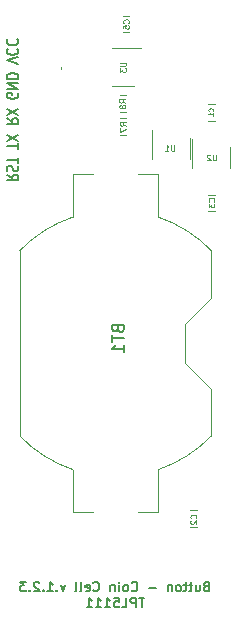
<source format=gbr>
G04 #@! TF.GenerationSoftware,KiCad,Pcbnew,(5.1.9)-1*
G04 #@! TF.CreationDate,2021-03-01T14:16:03+01:00*
G04 #@! TF.ProjectId,button timer v1.2.3_[Coin_Cell&LIPO][TPL5111],62757474-6f6e-4207-9469-6d6572207631,rev?*
G04 #@! TF.SameCoordinates,Original*
G04 #@! TF.FileFunction,Legend,Bot*
G04 #@! TF.FilePolarity,Positive*
%FSLAX46Y46*%
G04 Gerber Fmt 4.6, Leading zero omitted, Abs format (unit mm)*
G04 Created by KiCad (PCBNEW (5.1.9)-1) date 2021-03-01 14:16:03*
%MOMM*%
%LPD*%
G01*
G04 APERTURE LIST*
%ADD10C,0.150000*%
%ADD11C,0.120000*%
%ADD12C,0.125000*%
%ADD13C,0.100000*%
G04 APERTURE END LIST*
D10*
X116547619Y-64485714D02*
X117023809Y-64752380D01*
X116547619Y-64942857D02*
X117547619Y-64942857D01*
X117547619Y-64638095D01*
X117500000Y-64561904D01*
X117452380Y-64523809D01*
X117357142Y-64485714D01*
X117214285Y-64485714D01*
X117119047Y-64523809D01*
X117071428Y-64561904D01*
X117023809Y-64638095D01*
X117023809Y-64942857D01*
X116595238Y-64180952D02*
X116547619Y-64066666D01*
X116547619Y-63876190D01*
X116595238Y-63800000D01*
X116642857Y-63761904D01*
X116738095Y-63723809D01*
X116833333Y-63723809D01*
X116928571Y-63761904D01*
X116976190Y-63800000D01*
X117023809Y-63876190D01*
X117071428Y-64028571D01*
X117119047Y-64104761D01*
X117166666Y-64142857D01*
X117261904Y-64180952D01*
X117357142Y-64180952D01*
X117452380Y-64142857D01*
X117500000Y-64104761D01*
X117547619Y-64028571D01*
X117547619Y-63838095D01*
X117500000Y-63723809D01*
X117547619Y-63495238D02*
X117547619Y-63038095D01*
X116547619Y-63266666D02*
X117547619Y-63266666D01*
X117547619Y-62276190D02*
X117547619Y-61819047D01*
X116547619Y-62047619D02*
X117547619Y-62047619D01*
X117547619Y-61628571D02*
X116547619Y-61095238D01*
X117547619Y-61095238D02*
X116547619Y-61628571D01*
X116547619Y-59723809D02*
X117023809Y-59990476D01*
X116547619Y-60180952D02*
X117547619Y-60180952D01*
X117547619Y-59876190D01*
X117500000Y-59800000D01*
X117452380Y-59761904D01*
X117357142Y-59723809D01*
X117214285Y-59723809D01*
X117119047Y-59761904D01*
X117071428Y-59800000D01*
X117023809Y-59876190D01*
X117023809Y-60180952D01*
X117547619Y-59457142D02*
X116547619Y-58923809D01*
X117547619Y-58923809D02*
X116547619Y-59457142D01*
X117500000Y-57590476D02*
X117547619Y-57666666D01*
X117547619Y-57780952D01*
X117500000Y-57895238D01*
X117404761Y-57971428D01*
X117309523Y-58009523D01*
X117119047Y-58047619D01*
X116976190Y-58047619D01*
X116785714Y-58009523D01*
X116690476Y-57971428D01*
X116595238Y-57895238D01*
X116547619Y-57780952D01*
X116547619Y-57704761D01*
X116595238Y-57590476D01*
X116642857Y-57552380D01*
X116976190Y-57552380D01*
X116976190Y-57704761D01*
X116547619Y-57209523D02*
X117547619Y-57209523D01*
X116547619Y-56752380D01*
X117547619Y-56752380D01*
X116547619Y-56371428D02*
X117547619Y-56371428D01*
X117547619Y-56180952D01*
X117500000Y-56066666D01*
X117404761Y-55990476D01*
X117309523Y-55952380D01*
X117119047Y-55914285D01*
X116976190Y-55914285D01*
X116785714Y-55952380D01*
X116690476Y-55990476D01*
X116595238Y-56066666D01*
X116547619Y-56180952D01*
X116547619Y-56371428D01*
X117547619Y-55076190D02*
X116547619Y-54809523D01*
X117547619Y-54542857D01*
X116642857Y-53819047D02*
X116595238Y-53857142D01*
X116547619Y-53971428D01*
X116547619Y-54047619D01*
X116595238Y-54161904D01*
X116690476Y-54238095D01*
X116785714Y-54276190D01*
X116976190Y-54314285D01*
X117119047Y-54314285D01*
X117309523Y-54276190D01*
X117404761Y-54238095D01*
X117500000Y-54161904D01*
X117547619Y-54047619D01*
X117547619Y-53971428D01*
X117500000Y-53857142D01*
X117452380Y-53819047D01*
X116642857Y-53019047D02*
X116595238Y-53057142D01*
X116547619Y-53171428D01*
X116547619Y-53247619D01*
X116595238Y-53361904D01*
X116690476Y-53438095D01*
X116785714Y-53476190D01*
X116976190Y-53514285D01*
X117119047Y-53514285D01*
X117309523Y-53476190D01*
X117404761Y-53438095D01*
X117500000Y-53361904D01*
X117547619Y-53247619D01*
X117547619Y-53171428D01*
X117500000Y-53057142D01*
X117452380Y-53019047D01*
X133425238Y-99343857D02*
X133310952Y-99381952D01*
X133272857Y-99420047D01*
X133234761Y-99496238D01*
X133234761Y-99610523D01*
X133272857Y-99686714D01*
X133310952Y-99724809D01*
X133387142Y-99762904D01*
X133691904Y-99762904D01*
X133691904Y-98962904D01*
X133425238Y-98962904D01*
X133349047Y-99001000D01*
X133310952Y-99039095D01*
X133272857Y-99115285D01*
X133272857Y-99191476D01*
X133310952Y-99267666D01*
X133349047Y-99305761D01*
X133425238Y-99343857D01*
X133691904Y-99343857D01*
X132549047Y-99229571D02*
X132549047Y-99762904D01*
X132891904Y-99229571D02*
X132891904Y-99648619D01*
X132853809Y-99724809D01*
X132777619Y-99762904D01*
X132663333Y-99762904D01*
X132587142Y-99724809D01*
X132549047Y-99686714D01*
X132282380Y-99229571D02*
X131977619Y-99229571D01*
X132168095Y-98962904D02*
X132168095Y-99648619D01*
X132130000Y-99724809D01*
X132053809Y-99762904D01*
X131977619Y-99762904D01*
X131825238Y-99229571D02*
X131520476Y-99229571D01*
X131710952Y-98962904D02*
X131710952Y-99648619D01*
X131672857Y-99724809D01*
X131596666Y-99762904D01*
X131520476Y-99762904D01*
X131139523Y-99762904D02*
X131215714Y-99724809D01*
X131253809Y-99686714D01*
X131291904Y-99610523D01*
X131291904Y-99381952D01*
X131253809Y-99305761D01*
X131215714Y-99267666D01*
X131139523Y-99229571D01*
X131025238Y-99229571D01*
X130949047Y-99267666D01*
X130910952Y-99305761D01*
X130872857Y-99381952D01*
X130872857Y-99610523D01*
X130910952Y-99686714D01*
X130949047Y-99724809D01*
X131025238Y-99762904D01*
X131139523Y-99762904D01*
X130530000Y-99229571D02*
X130530000Y-99762904D01*
X130530000Y-99305761D02*
X130491904Y-99267666D01*
X130415714Y-99229571D01*
X130301428Y-99229571D01*
X130225238Y-99267666D01*
X130187142Y-99343857D01*
X130187142Y-99762904D01*
X129196666Y-99458142D02*
X128587142Y-99458142D01*
X127139523Y-99686714D02*
X127177619Y-99724809D01*
X127291904Y-99762904D01*
X127368095Y-99762904D01*
X127482380Y-99724809D01*
X127558571Y-99648619D01*
X127596666Y-99572428D01*
X127634761Y-99420047D01*
X127634761Y-99305761D01*
X127596666Y-99153380D01*
X127558571Y-99077190D01*
X127482380Y-99001000D01*
X127368095Y-98962904D01*
X127291904Y-98962904D01*
X127177619Y-99001000D01*
X127139523Y-99039095D01*
X126682380Y-99762904D02*
X126758571Y-99724809D01*
X126796666Y-99686714D01*
X126834761Y-99610523D01*
X126834761Y-99381952D01*
X126796666Y-99305761D01*
X126758571Y-99267666D01*
X126682380Y-99229571D01*
X126568095Y-99229571D01*
X126491904Y-99267666D01*
X126453809Y-99305761D01*
X126415714Y-99381952D01*
X126415714Y-99610523D01*
X126453809Y-99686714D01*
X126491904Y-99724809D01*
X126568095Y-99762904D01*
X126682380Y-99762904D01*
X126072857Y-99762904D02*
X126072857Y-99229571D01*
X126072857Y-98962904D02*
X126110952Y-99001000D01*
X126072857Y-99039095D01*
X126034761Y-99001000D01*
X126072857Y-98962904D01*
X126072857Y-99039095D01*
X125691904Y-99229571D02*
X125691904Y-99762904D01*
X125691904Y-99305761D02*
X125653809Y-99267666D01*
X125577619Y-99229571D01*
X125463333Y-99229571D01*
X125387142Y-99267666D01*
X125349047Y-99343857D01*
X125349047Y-99762904D01*
X123901428Y-99686714D02*
X123939523Y-99724809D01*
X124053809Y-99762904D01*
X124130000Y-99762904D01*
X124244285Y-99724809D01*
X124320476Y-99648619D01*
X124358571Y-99572428D01*
X124396666Y-99420047D01*
X124396666Y-99305761D01*
X124358571Y-99153380D01*
X124320476Y-99077190D01*
X124244285Y-99001000D01*
X124130000Y-98962904D01*
X124053809Y-98962904D01*
X123939523Y-99001000D01*
X123901428Y-99039095D01*
X123253809Y-99724809D02*
X123330000Y-99762904D01*
X123482380Y-99762904D01*
X123558571Y-99724809D01*
X123596666Y-99648619D01*
X123596666Y-99343857D01*
X123558571Y-99267666D01*
X123482380Y-99229571D01*
X123330000Y-99229571D01*
X123253809Y-99267666D01*
X123215714Y-99343857D01*
X123215714Y-99420047D01*
X123596666Y-99496238D01*
X122758571Y-99762904D02*
X122834761Y-99724809D01*
X122872857Y-99648619D01*
X122872857Y-98962904D01*
X122339523Y-99762904D02*
X122415714Y-99724809D01*
X122453809Y-99648619D01*
X122453809Y-98962904D01*
X121501428Y-99229571D02*
X121310952Y-99762904D01*
X121120476Y-99229571D01*
X120815714Y-99686714D02*
X120777619Y-99724809D01*
X120815714Y-99762904D01*
X120853809Y-99724809D01*
X120815714Y-99686714D01*
X120815714Y-99762904D01*
X120015714Y-99762904D02*
X120472857Y-99762904D01*
X120244285Y-99762904D02*
X120244285Y-98962904D01*
X120320476Y-99077190D01*
X120396666Y-99153380D01*
X120472857Y-99191476D01*
X119672857Y-99686714D02*
X119634761Y-99724809D01*
X119672857Y-99762904D01*
X119710952Y-99724809D01*
X119672857Y-99686714D01*
X119672857Y-99762904D01*
X119330000Y-99039095D02*
X119291904Y-99001000D01*
X119215714Y-98962904D01*
X119025238Y-98962904D01*
X118949047Y-99001000D01*
X118910952Y-99039095D01*
X118872857Y-99115285D01*
X118872857Y-99191476D01*
X118910952Y-99305761D01*
X119368095Y-99762904D01*
X118872857Y-99762904D01*
X118530000Y-99686714D02*
X118491904Y-99724809D01*
X118530000Y-99762904D01*
X118568095Y-99724809D01*
X118530000Y-99686714D01*
X118530000Y-99762904D01*
X118225238Y-98962904D02*
X117730000Y-98962904D01*
X117996666Y-99267666D01*
X117882380Y-99267666D01*
X117806190Y-99305761D01*
X117768095Y-99343857D01*
X117730000Y-99420047D01*
X117730000Y-99610523D01*
X117768095Y-99686714D01*
X117806190Y-99724809D01*
X117882380Y-99762904D01*
X118110952Y-99762904D01*
X118187142Y-99724809D01*
X118225238Y-99686714D01*
X128206190Y-100312904D02*
X127749047Y-100312904D01*
X127977619Y-101112904D02*
X127977619Y-100312904D01*
X127482380Y-101112904D02*
X127482380Y-100312904D01*
X127177619Y-100312904D01*
X127101428Y-100351000D01*
X127063333Y-100389095D01*
X127025238Y-100465285D01*
X127025238Y-100579571D01*
X127063333Y-100655761D01*
X127101428Y-100693857D01*
X127177619Y-100731952D01*
X127482380Y-100731952D01*
X126301428Y-101112904D02*
X126682380Y-101112904D01*
X126682380Y-100312904D01*
X125653809Y-100312904D02*
X126034761Y-100312904D01*
X126072857Y-100693857D01*
X126034761Y-100655761D01*
X125958571Y-100617666D01*
X125768095Y-100617666D01*
X125691904Y-100655761D01*
X125653809Y-100693857D01*
X125615714Y-100770047D01*
X125615714Y-100960523D01*
X125653809Y-101036714D01*
X125691904Y-101074809D01*
X125768095Y-101112904D01*
X125958571Y-101112904D01*
X126034761Y-101074809D01*
X126072857Y-101036714D01*
X124853809Y-101112904D02*
X125310952Y-101112904D01*
X125082380Y-101112904D02*
X125082380Y-100312904D01*
X125158571Y-100427190D01*
X125234761Y-100503380D01*
X125310952Y-100541476D01*
X124091904Y-101112904D02*
X124549047Y-101112904D01*
X124320476Y-101112904D02*
X124320476Y-100312904D01*
X124396666Y-100427190D01*
X124472857Y-100503380D01*
X124549047Y-100541476D01*
X123330000Y-101112904D02*
X123787142Y-101112904D01*
X123558571Y-101112904D02*
X123558571Y-100312904D01*
X123634761Y-100427190D01*
X123710952Y-100503380D01*
X123787142Y-100541476D01*
D11*
G04 #@! TO.C,C4*
X121200000Y-55575835D02*
X121200000Y-55344165D01*
G04 #@! TO.C,C5*
X126953812Y-52443800D02*
X126431308Y-52443800D01*
X126953812Y-51023800D02*
X126431308Y-51023800D01*
G04 #@! TO.C,U1*
X132044080Y-61370640D02*
X132044080Y-63170640D01*
X128824080Y-63170640D02*
X128824080Y-60720640D01*
G04 #@! TO.C,C1*
X134161252Y-58540000D02*
X133638748Y-58540000D01*
X134161252Y-59960000D02*
X133638748Y-59960000D01*
G04 #@! TO.C,U3*
X127300000Y-56970000D02*
X125500000Y-56970000D01*
X125500000Y-53750000D02*
X127950000Y-53750000D01*
G04 #@! TO.C,U2*
X135493400Y-62117400D02*
X135493400Y-63917400D01*
X132273400Y-63917400D02*
X132273400Y-61467400D01*
G04 #@! TO.C,R8*
X126641252Y-57730000D02*
X126118748Y-57730000D01*
X126641252Y-59150000D02*
X126118748Y-59150000D01*
G04 #@! TO.C,R7*
X126686252Y-59690000D02*
X126163748Y-59690000D01*
X126686252Y-61110000D02*
X126163748Y-61110000D01*
G04 #@! TO.C,C3*
X133647548Y-67588200D02*
X134170052Y-67588200D01*
X133647548Y-66168200D02*
X134170052Y-66168200D01*
G04 #@! TO.C,C2*
X132123548Y-94309000D02*
X132646052Y-94309000D01*
X132123548Y-92889000D02*
X132646052Y-92889000D01*
G04 #@! TO.C,BT1*
X127680800Y-64454200D02*
X129390800Y-64454200D01*
X129390800Y-68072200D02*
X129390800Y-64454200D01*
X133890800Y-74904200D02*
X133890800Y-70916900D01*
X131690800Y-77104200D02*
X133890800Y-74904200D01*
X131690800Y-80424200D02*
X131690800Y-77104200D01*
X131690800Y-80424200D02*
X133890800Y-82624200D01*
X133890800Y-86611500D02*
X133890800Y-82624200D01*
X127680800Y-93074200D02*
X129390800Y-93074200D01*
X129390800Y-93074200D02*
X129390800Y-89456200D01*
X122170800Y-89456200D02*
X122170800Y-93074200D01*
X123880800Y-93074200D02*
X122170800Y-93074200D01*
X117670800Y-70916900D02*
X117670800Y-86611500D01*
X123880800Y-64454200D02*
X122170800Y-64454200D01*
X122170800Y-64454200D02*
X122170800Y-68072200D01*
X117669011Y-70918830D02*
G75*
G02*
X122170800Y-68072200I8111789J-7845370D01*
G01*
X133892589Y-86609570D02*
G75*
G02*
X129390800Y-89456200I-8111789J7845370D01*
G01*
X117669011Y-86609570D02*
G75*
G03*
X122170800Y-89456200I8111789J7845370D01*
G01*
X133892589Y-70918830D02*
G75*
G03*
X129390800Y-68072200I-8111789J-7845370D01*
G01*
G04 #@! TO.C,C5*
D12*
X126873771Y-51651386D02*
X126897580Y-51627577D01*
X126921390Y-51556148D01*
X126921390Y-51508529D01*
X126897580Y-51437100D01*
X126849961Y-51389481D01*
X126802342Y-51365672D01*
X126707104Y-51341862D01*
X126635676Y-51341862D01*
X126540438Y-51365672D01*
X126492819Y-51389481D01*
X126445200Y-51437100D01*
X126421390Y-51508529D01*
X126421390Y-51556148D01*
X126445200Y-51627577D01*
X126469009Y-51651386D01*
X126421390Y-52103767D02*
X126421390Y-51865672D01*
X126659485Y-51841862D01*
X126635676Y-51865672D01*
X126611866Y-51913291D01*
X126611866Y-52032339D01*
X126635676Y-52079958D01*
X126659485Y-52103767D01*
X126707104Y-52127577D01*
X126826152Y-52127577D01*
X126873771Y-52103767D01*
X126897580Y-52079958D01*
X126921390Y-52032339D01*
X126921390Y-51913291D01*
X126897580Y-51865672D01*
X126873771Y-51841862D01*
G04 #@! TO.C,U1*
X130759152Y-61966350D02*
X130759152Y-62371112D01*
X130735342Y-62418731D01*
X130711533Y-62442540D01*
X130663914Y-62466350D01*
X130568676Y-62466350D01*
X130521057Y-62442540D01*
X130497247Y-62418731D01*
X130473438Y-62371112D01*
X130473438Y-61966350D01*
X129973438Y-62466350D02*
X130259152Y-62466350D01*
X130116295Y-62466350D02*
X130116295Y-61966350D01*
X130163914Y-62037779D01*
X130211533Y-62085398D01*
X130259152Y-62109207D01*
G04 #@! TO.C,C1*
D13*
X134000857Y-59115333D02*
X134019904Y-59096285D01*
X134038952Y-59039142D01*
X134038952Y-59001047D01*
X134019904Y-58943904D01*
X133981809Y-58905809D01*
X133943714Y-58886761D01*
X133867523Y-58867714D01*
X133810380Y-58867714D01*
X133734190Y-58886761D01*
X133696095Y-58905809D01*
X133658000Y-58943904D01*
X133638952Y-59001047D01*
X133638952Y-59039142D01*
X133658000Y-59096285D01*
X133677047Y-59115333D01*
X134038952Y-59496285D02*
X134038952Y-59267714D01*
X134038952Y-59382000D02*
X133638952Y-59382000D01*
X133696095Y-59343904D01*
X133734190Y-59305809D01*
X133753238Y-59267714D01*
G04 #@! TO.C,U3*
D12*
X126147070Y-54991047D02*
X126551832Y-54991047D01*
X126599451Y-55014857D01*
X126623260Y-55038666D01*
X126647070Y-55086285D01*
X126647070Y-55181523D01*
X126623260Y-55229142D01*
X126599451Y-55252952D01*
X126551832Y-55276761D01*
X126147070Y-55276761D01*
X126147070Y-55467238D02*
X126147070Y-55776761D01*
X126337546Y-55610095D01*
X126337546Y-55681523D01*
X126361356Y-55729142D01*
X126385165Y-55752952D01*
X126432784Y-55776761D01*
X126551832Y-55776761D01*
X126599451Y-55752952D01*
X126623260Y-55729142D01*
X126647070Y-55681523D01*
X126647070Y-55538666D01*
X126623260Y-55491047D01*
X126599451Y-55467238D01*
G04 #@! TO.C,U2*
X134294832Y-62779150D02*
X134294832Y-63183912D01*
X134271022Y-63231531D01*
X134247213Y-63255340D01*
X134199594Y-63279150D01*
X134104356Y-63279150D01*
X134056737Y-63255340D01*
X134032927Y-63231531D01*
X134009118Y-63183912D01*
X134009118Y-62779150D01*
X133794832Y-62826769D02*
X133771022Y-62802960D01*
X133723403Y-62779150D01*
X133604356Y-62779150D01*
X133556737Y-62802960D01*
X133532927Y-62826769D01*
X133509118Y-62874388D01*
X133509118Y-62922007D01*
X133532927Y-62993436D01*
X133818641Y-63279150D01*
X133509118Y-63279150D01*
G04 #@! TO.C,R8*
X126611510Y-58392546D02*
X126373415Y-58225880D01*
X126611510Y-58106832D02*
X126111510Y-58106832D01*
X126111510Y-58297308D01*
X126135320Y-58344927D01*
X126159129Y-58368737D01*
X126206748Y-58392546D01*
X126278177Y-58392546D01*
X126325796Y-58368737D01*
X126349605Y-58344927D01*
X126373415Y-58297308D01*
X126373415Y-58106832D01*
X126325796Y-58678260D02*
X126301986Y-58630641D01*
X126278177Y-58606832D01*
X126230558Y-58583022D01*
X126206748Y-58583022D01*
X126159129Y-58606832D01*
X126135320Y-58630641D01*
X126111510Y-58678260D01*
X126111510Y-58773499D01*
X126135320Y-58821118D01*
X126159129Y-58844927D01*
X126206748Y-58868737D01*
X126230558Y-58868737D01*
X126278177Y-58844927D01*
X126301986Y-58821118D01*
X126325796Y-58773499D01*
X126325796Y-58678260D01*
X126349605Y-58630641D01*
X126373415Y-58606832D01*
X126421034Y-58583022D01*
X126516272Y-58583022D01*
X126563891Y-58606832D01*
X126587700Y-58630641D01*
X126611510Y-58678260D01*
X126611510Y-58773499D01*
X126587700Y-58821118D01*
X126563891Y-58844927D01*
X126516272Y-58868737D01*
X126421034Y-58868737D01*
X126373415Y-58844927D01*
X126349605Y-58821118D01*
X126325796Y-58773499D01*
G04 #@! TO.C,R7*
X126666430Y-60336986D02*
X126428335Y-60170320D01*
X126666430Y-60051272D02*
X126166430Y-60051272D01*
X126166430Y-60241748D01*
X126190240Y-60289367D01*
X126214049Y-60313177D01*
X126261668Y-60336986D01*
X126333097Y-60336986D01*
X126380716Y-60313177D01*
X126404525Y-60289367D01*
X126428335Y-60241748D01*
X126428335Y-60051272D01*
X126166430Y-60503653D02*
X126166430Y-60836986D01*
X126666430Y-60622700D01*
G04 #@! TO.C,C3*
X134107691Y-66764386D02*
X134131500Y-66740577D01*
X134155310Y-66669148D01*
X134155310Y-66621529D01*
X134131500Y-66550100D01*
X134083881Y-66502481D01*
X134036262Y-66478672D01*
X133941024Y-66454862D01*
X133869596Y-66454862D01*
X133774358Y-66478672D01*
X133726739Y-66502481D01*
X133679120Y-66550100D01*
X133655310Y-66621529D01*
X133655310Y-66669148D01*
X133679120Y-66740577D01*
X133702929Y-66764386D01*
X133655310Y-66931053D02*
X133655310Y-67240577D01*
X133845786Y-67073910D01*
X133845786Y-67145339D01*
X133869596Y-67192958D01*
X133893405Y-67216767D01*
X133941024Y-67240577D01*
X134060072Y-67240577D01*
X134107691Y-67216767D01*
X134131500Y-67192958D01*
X134155310Y-67145339D01*
X134155310Y-67002481D01*
X134131500Y-66954862D01*
X134107691Y-66931053D01*
G04 #@! TO.C,C2*
X132573531Y-93576626D02*
X132597340Y-93552817D01*
X132621150Y-93481388D01*
X132621150Y-93433769D01*
X132597340Y-93362340D01*
X132549721Y-93314721D01*
X132502102Y-93290912D01*
X132406864Y-93267102D01*
X132335436Y-93267102D01*
X132240198Y-93290912D01*
X132192579Y-93314721D01*
X132144960Y-93362340D01*
X132121150Y-93433769D01*
X132121150Y-93481388D01*
X132144960Y-93552817D01*
X132168769Y-93576626D01*
X132168769Y-93767102D02*
X132144960Y-93790912D01*
X132121150Y-93838531D01*
X132121150Y-93957579D01*
X132144960Y-94005198D01*
X132168769Y-94029007D01*
X132216388Y-94052817D01*
X132264007Y-94052817D01*
X132335436Y-94029007D01*
X132621150Y-93743293D01*
X132621150Y-94052817D01*
G04 #@! TO.C,BT1*
D10*
X125958291Y-77537725D02*
X126005910Y-77680582D01*
X126053529Y-77728201D01*
X126148767Y-77775820D01*
X126291624Y-77775820D01*
X126386862Y-77728201D01*
X126434481Y-77680582D01*
X126482100Y-77585344D01*
X126482100Y-77204392D01*
X125482100Y-77204392D01*
X125482100Y-77537725D01*
X125529720Y-77632963D01*
X125577339Y-77680582D01*
X125672577Y-77728201D01*
X125767815Y-77728201D01*
X125863053Y-77680582D01*
X125910672Y-77632963D01*
X125958291Y-77537725D01*
X125958291Y-77204392D01*
X125482100Y-78061535D02*
X125482100Y-78632963D01*
X126482100Y-78347249D02*
X125482100Y-78347249D01*
X126482100Y-79490106D02*
X126482100Y-78918678D01*
X126482100Y-79204392D02*
X125482100Y-79204392D01*
X125624958Y-79109154D01*
X125720196Y-79013916D01*
X125767815Y-78918678D01*
G04 #@! TD*
M02*

</source>
